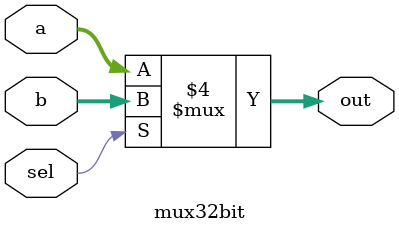
<source format=v>
module mux32bit(a,b, sel, out);
input [31:0] a,b;
input sel;
output reg [31:0] out; 
always @(*) begin 
if (sel == 0) 
out <= a;
else
out <= b;
end
endmodule

</source>
